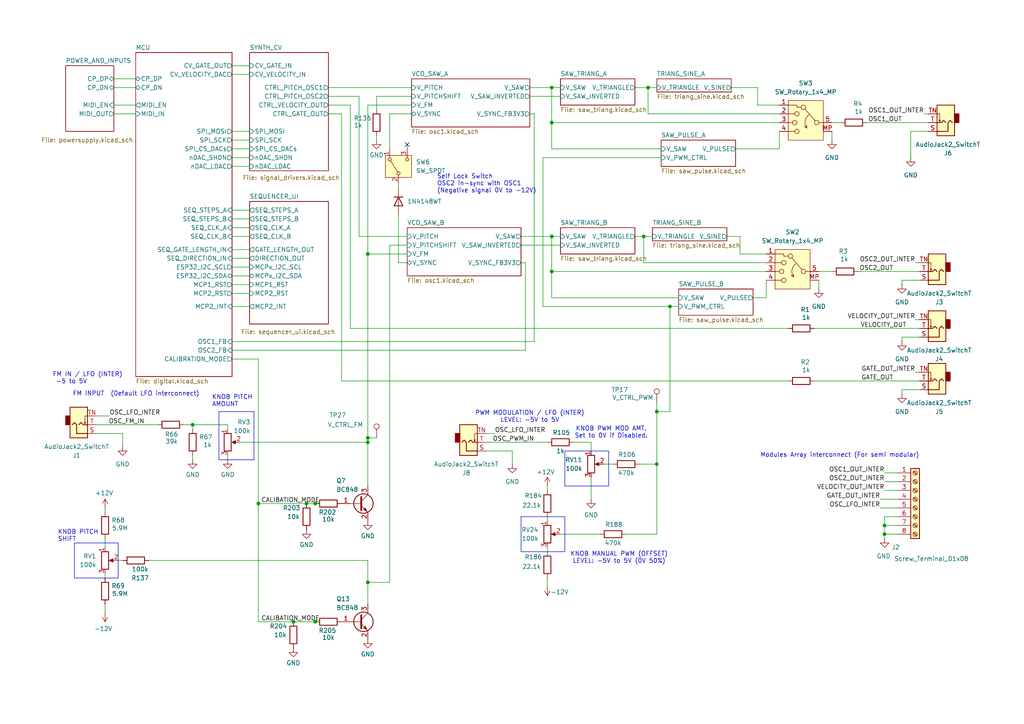
<source format=kicad_sch>
(kicad_sch (version 20250114) (generator "eeschema") (generator_version "9.0")
  (paper "A4")
  (lib_symbols
    (symbol "Connector:Screw_Terminal_01x08" (pin_names (offset 1.016) (hide yes))
      (property "Reference" "J" (at 0 10.16 0))
      (property "Value" "Screw_Terminal_01x08" (at 0 -12.7 0))
      (symbol "Screw_Terminal_01x08_1_1"
        (rectangle (start -1.27 8.89) (end 1.27 -11.43) (stroke (width 0.254)) (fill (type background)))
        (polyline (pts (xy -0.5334 7.9502) (xy 0.3302 7.112)) (stroke (width 0.1524)))
        (polyline (pts (xy -0.5334 5.4102) (xy 0.3302 4.572)) (stroke (width 0.1524)))
        (polyline (pts (xy -0.5334 2.8702) (xy 0.3302 2.032)) (stroke (width 0.1524)))
        (polyline (pts (xy -0.5334 0.3302) (xy 0.3302 -0.508)) (stroke (width 0.1524)))
        (polyline (pts (xy -0.5334 -2.2098) (xy 0.3302 -3.048)) (stroke (width 0.1524)))
        (polyline (pts (xy -0.5334 -4.7498) (xy 0.3302 -5.588)) (stroke (width 0.1524)))
        (polyline (pts (xy -0.5334 -7.2898) (xy 0.3302 -8.128)) (stroke (width 0.1524)))
        (polyline (pts (xy -0.5334 -9.8298) (xy 0.3302 -10.668)) (stroke (width 0.1524)))
        (polyline (pts (xy -0.3556 8.128) (xy 0.508 7.2898)) (stroke (width 0.1524)))
        (polyline (pts (xy -0.3556 5.588) (xy 0.508 4.7498)) (stroke (width 0.1524)))
        (polyline (pts (xy -0.3556 3.048) (xy 0.508 2.2098)) (stroke (width 0.1524)))
        (polyline (pts (xy -0.3556 0.508) (xy 0.508 -0.3302)) (stroke (width 0.1524)))
        (polyline (pts (xy -0.3556 -2.032) (xy 0.508 -2.8702)) (stroke (width 0.1524)))
        (polyline (pts (xy -0.3556 -4.572) (xy 0.508 -5.4102)) (stroke (width 0.1524)))
        (polyline (pts (xy -0.3556 -7.112) (xy 0.508 -7.9502)) (stroke (width 0.1524)))
        (polyline (pts (xy -0.3556 -9.652) (xy 0.508 -10.4902)) (stroke (width 0.1524)))
        (circle (center 0 7.62) (radius 0.635) (stroke (width 0.1524)))
        (circle (center 0 5.08) (radius 0.635) (stroke (width 0.1524)))
        (circle (center 0 2.54) (radius 0.635) (stroke (width 0.1524)))
        (circle (center 0 0) (radius 0.635) (stroke (width 0.1524)))
        (circle (center 0 -2.54) (radius 0.635) (stroke (width 0.1524)))
        (circle (center 0 -5.08) (radius 0.635) (stroke (width 0.1524)))
        (circle (center 0 -7.62) (radius 0.635) (stroke (width 0.1524)))
        (circle (center 0 -10.16) (radius 0.635) (stroke (width 0.1524)))
        (pin passive line (at -5.08 7.62 0) (length 3.81) (name "Pin_1") (number "1"))
        (pin passive line (at -5.08 5.08 0) (length 3.81) (name "Pin_2") (number "2"))
        (pin passive line (at -5.08 2.54 0) (length 3.81) (name "Pin_3") (number "3"))
        (pin passive line (at -5.08 0 0) (length 3.81) (name "Pin_4") (number "4"))
        (pin passive line (at -5.08 -2.54 0) (length 3.81) (name "Pin_5") (number "5"))
        (pin passive line (at -5.08 -5.08 0) (length 3.81) (name "Pin_6") (number "6"))
        (pin passive line (at -5.08 -7.62 0) (length 3.81) (name "Pin_7") (number "7"))
        (pin passive line (at -5.08 -10.16 0) (length 3.81) (name "Pin_8") (number "8"))
      )
    )
    (symbol "Connector:TestPoint" (pin_numbers (hide yes)) (pin_names (offset 0.762) (hide yes))
      (property "Reference" "TP" (at 0 6.858 0))
      (property "Value" "TestPoint" (at 0 5.08 0))
      (symbol "TestPoint_0_1"
        (circle (center 0 3.302) (radius 0.762))
      )
      (symbol "TestPoint_1_1"
        (pin passive line (at 0 0 90) (length 2.54) (name "1") (number "1"))
      )
    )
    (symbol "Connector_Audio:AudioJack2_SwitchT"
      (property "Reference" "J" (at 0 8.89 0))
      (property "Value" "AudioJack2_SwitchT" (at 0 6.35 0))
      (symbol "AudioJack2_SwitchT_0_1"
        (rectangle (start -2.54 0) (end -3.81 -2.54) (stroke (width 0.254)) (fill (type outline)))
        (polyline (pts (xy 0 0) (xy 0.635 -0.635) (xy 1.27 0) (xy 2.54 0)) (stroke (width 0.254)))
        (polyline (pts (xy 1.778 -0.254) (xy 2.032 -0.762)))
        (rectangle (start 2.54 3.81) (end -2.54 -5.08) (stroke (width 0.254)) (fill (type background)))
        (polyline (pts (xy 2.54 2.54) (xy -0.635 2.54) (xy -0.635 0) (xy -1.27 -0.635) (xy -1.905 0)) (stroke (width 0.254)))
        (polyline (pts (xy 2.54 -2.54) (xy 1.778 -2.54) (xy 1.778 -0.254) (xy 1.524 -0.762)))
      )
      (symbol "AudioJack2_SwitchT_1_1"
        (pin passive line (at 5.08 2.54 180) (length 2.54) (name "~") (number "S"))
        (pin passive line (at 5.08 0 180) (length 2.54) (name "~") (number "T"))
        (pin passive line (at 5.08 -2.54 180) (length 2.54) (name "~") (number "TN"))
      )
    )
    (symbol "Device:R" (pin_numbers (hide yes)) (pin_names (offset 0))
      (property "Reference" "R" (at 2.032 0 90))
      (property "Value" "R" (at 0 0 90))
      (symbol "R_0_1"
        (rectangle (start -1.016 -2.54) (end 1.016 2.54) (stroke (width 0.254)))
      )
      (symbol "R_1_1"
        (pin passive line (at 0 3.81 270) (length 1.27) (name "~") (number "1"))
        (pin passive line (at 0 -3.81 90) (length 1.27) (name "~") (number "2"))
      )
    )
    (symbol "Device:R_Potentiometer" (pin_names (offset 1.016) (hide yes))
      (property "Reference" "RV" (at -4.445 0 90))
      (property "Value" "R_Potentiometer" (at -2.54 0 90))
      (symbol "R_Potentiometer_0_1"
        (rectangle (start 1.016 2.54) (end -1.016 -2.54) (stroke (width 0.254)))
        (polyline (pts (xy 1.143 0) (xy 2.286 0.508) (xy 2.286 -0.508) (xy 1.143 0)) (fill (type outline)))
        (polyline (pts (xy 2.54 0) (xy 1.524 0)))
      )
      (symbol "R_Potentiometer_1_1"
        (pin passive line (at 0 3.81 270) (length 1.27) (name "1") (number "1"))
        (pin passive line (at 0 -3.81 90) (length 1.27) (name "3") (number "3"))
        (pin passive line (at 3.81 0 180) (length 1.27) (name "2") (number "2"))
      )
    )
    (symbol "Diode:1N914WT" (pin_numbers (hide yes)) (pin_names (hide yes))
      (property "Reference" "D" (at 0 2.54 0))
      (property "Value" "1N914WT" (at 0 -2.54 0))
      (symbol "1N914WT_0_1"
        (polyline (pts (xy -1.27 1.27) (xy -1.27 -1.27)) (stroke (width 0.254)))
        (polyline (pts (xy 1.27 1.27) (xy 1.27 -1.27) (xy -1.27 0) (xy 1.27 1.27)) (stroke (width 0.254)))
        (polyline (pts (xy 1.27 0) (xy -1.27 0)))
      )
      (symbol "1N914WT_1_1"
        (pin passive line (at -3.81 0 0) (length 2.54) (name "K") (number "1"))
        (pin passive line (at 3.81 0 180) (length 2.54) (name "A") (number "2"))
      )
    )
    (symbol "Switch:SW_Rotary_1x4_MP" (pin_names (hide yes))
      (property "Reference" "SW" (at 0 7.62 0))
      (property "Value" "SW_Rotary_1x4_MP" (at 8.89 -6.35 0))
      (symbol "SW_Rotary_1x4_MP_0_1"
        (polyline (pts (xy -5.08 0) (xy -3.81 0)))
        (circle (center -3.175 0) (radius 0.635))
        (polyline (pts (xy -2.7432 0.508) (xy 0.2032 3.9624)))
        (arc (start -0.9526 2.2225) (mid 0.154 0.449) (end -0.3176 -1.5875))
        (polyline (pts (xy -0.3176 -1.5875) (xy -0.3176 -0.6985)))
        (polyline (pts (xy -0.3176 -1.5875) (xy -0.3176 -1.5875)))
        (polyline (pts (xy -0.3176 -1.5875) (xy 0.4444 -1.0795)))
        (polyline (pts (xy 0.3174 -1.5875) (xy 0.3174 -1.5875)))
        (circle (center 0.635 4.445) (radius 0.635))
        (circle (center 2.54 2.54) (radius 0.635))
        (circle (center 2.54 -2.54) (radius 0.635))
        (circle (center 3.175 0) (radius 0.635))
        (polyline (pts (xy 5.08 5.08) (xy 2.54 5.08) (xy 2.54 4.445) (xy 1.27 4.445)))
        (polyline (pts (xy 5.08 2.54) (xy 3.175 2.54)))
        (polyline (pts (xy 5.08 0) (xy 3.81 0)))
        (polyline (pts (xy 5.08 -2.54) (xy 3.175 -2.54)))
      )
      (symbol "SW_Rotary_1x4_MP_1_1"
        (polyline (pts (xy -5.08 6.35) (xy 5.08 6.35) (xy 5.08 -5.08) (xy -5.08 -5.08) (xy -5.08 6.35) (xy -5.08 6.35)) (fill (type background)))
        (pin passive line (at -7.62 0 0) (length 2.54) (name "") (number "5"))
        (pin passive line (at -7.62 -2.54 0) (length 2.54) (name "") (number "MP"))
        (pin passive line (at 7.62 5.08 180) (length 2.54) (name "") (number "1"))
        (pin passive line (at 7.62 2.54 180) (length 2.54) (name "") (number "2"))
        (pin passive line (at 7.62 0 180) (length 2.54) (name "") (number "3"))
        (pin passive line (at 7.62 -2.54 180) (length 2.54) (name "") (number "4"))
      )
    )
    (symbol "Switch:SW_SPDT" (pin_names (offset 0) (hide yes))
      (property "Reference" "SW" (at 0 5.08 0))
      (property "Value" "SW_SPDT" (at 0 -5.08 0))
      (symbol "SW_SPDT_0_1"
        (circle (center -2.032 0) (radius 0.4572))
        (polyline (pts (xy -1.651 0.254) (xy 1.651 2.286)))
        (circle (center 2.032 2.54) (radius 0.4572))
        (circle (center 2.032 -2.54) (radius 0.4572))
      )
      (symbol "SW_SPDT_1_1"
        (rectangle (start -3.175 3.81) (end 3.175 -3.81) (fill (type background)))
        (pin passive line (at -5.08 0 0) (length 2.54) (name "B") (number "2"))
        (pin passive line (at 5.08 2.54 180) (length 2.54) (name "A") (number "1"))
        (pin passive line (at 5.08 -2.54 180) (length 2.54) (name "C") (number "3"))
      )
    )
    (symbol "Transistor_BJT:BC848" (pin_names (offset 0) (hide yes))
      (property "Reference" "Q" (at 5.08 1.905 0))
      (property "Value" "BC848" (at 5.08 0 0))
      (symbol "BC848_0_1"
        (polyline (pts (xy -2.54 0) (xy 0.635 0)))
        (polyline (pts (xy 0.635 1.905) (xy 0.635 -1.905)) (stroke (width 0.508)))
        (circle (center 1.27 0) (radius 2.8194) (stroke (width 0.254)))
      )
      (symbol "BC848_1_1"
        (polyline (pts (xy 0.635 0.635) (xy 2.54 2.54)))
        (polyline (pts (xy 0.635 -0.635) (xy 2.54 -2.54)))
        (polyline (pts (xy 1.27 -1.778) (xy 1.778 -1.27) (xy 2.286 -2.286) (xy 1.27 -1.778)) (fill (type outline)))
        (pin input line (at -5.08 0 0) (length 2.54) (name "B") (number "1"))
        (pin passive line (at 2.54 5.08 270) (length 2.54) (name "C") (number "3"))
        (pin passive line (at 2.54 -5.08 90) (length 2.54) (name "E") (number "2"))
      )
    )
    (symbol "power:+15V" (power) (pin_numbers (hide yes)) (pin_names (offset 0) (hide yes))
      (property "Value" "+15V" (at 0 3.556 0))
      (symbol "+15V_0_1"
        (polyline (pts (xy -0.762 1.27) (xy 0 2.54)))
        (polyline (pts (xy 0 2.54) (xy 0.762 1.27)))
        (polyline (pts (xy 0 0) (xy 0 2.54)))
      )
      (symbol "+15V_1_1"
        (pin power_in line (at 0 0 90) (length 0) (name "~") (number "1"))
      )
    )
    (symbol "power:GND" (power) (pin_numbers (hide yes)) (pin_names (offset 0) (hide yes))
      (property "Value" "GND" (at 0 -3.81 0))
      (symbol "GND_0_1"
        (polyline (pts (xy 0 0) (xy 0 -1.27) (xy 1.27 -1.27) (xy 0 -2.54) (xy -1.27 -1.27) (xy 0 -1.27)))
      )
      (symbol "GND_1_1"
        (pin power_in line (at 0 0 270) (length 0) (name "~") (number "1"))
      )
    )
  )
  (rectangle (start 163.83 130.81) (end 176.53 140.97))
  (rectangle (start 21.59 157.48) (end 34.29 167.64))
  (rectangle (start 151.13 149.86) (end 163.83 160.02))
  (rectangle (start 63.5 119.38) (end 73.66 133.35))
  (text "KNOB PITCH\nSHIFT " (at 16.764 155.448 0) (effects (font (size 1.27 1.27)) (justify left)))
  (text "KNOB PWM MOD AMT.\nSet to 0V if Disabled." (at 177.292 125.476 0) (effects (font (size 1.27 1.27))))
  (text "Self Lock Switch\nOSC2 in-sync with OSC1 \n(Negative signal 0V to -12V)" (at 126.746 53.34 0) (effects (font (size 1.27 1.27)) (justify left)))
  (text "\nPWM MODULATION / LFO (INTER)\nLEVEL: -5V to 5V" (at 153.67 119.888 0) (effects (font (size 1.27 1.27))))
  (text "FM INPUT  (Default LFO interconnect)" (at 21.082 114.3 0) (effects (font (size 1.27 1.27)) (justify left)))
  (text "\nKNOB MANUAL PWM (OFFSET)\nLEVEL: -5V to 5V (0V 50%)" (at 179.578 160.782 0) (effects (font (size 1.27 1.27))))
  (text "KNOB PITCH\nAMOUNT" (at 61.468 116.332 0) (effects (font (size 1.27 1.27)) (justify left)))
  (text "FM IN / LFO (INTER)\n -5 to 5V" (at 15.24 109.728 0) (effects (font (size 1.27 1.27)) (justify left)))
  (text "Modules Array interconnect (For semi modular)" (at 220.472 132.08 0) (effects (font (size 1.27 1.27)) (justify left)))
  (junction (at 106.68 127))
  (junction (at 194.31 88.9))
  (junction (at 106.68 73.66))
  (junction (at 85.09 180.34))
  (junction (at 106.68 128.27))
  (junction (at 190.5 134.62))
  (junction (at 256.54 152.4))
  (junction (at 106.68 168.91))
  (junction (at 256.54 154.94))
  (junction (at 91.44 146.05))
  (junction (at 160.02 78.74))
  (junction (at 74.93 146.05))
  (junction (at 187.96 25.4))
  (junction (at 160.02 35.56))
  (junction (at 160.02 25.4))
  (junction (at 190.5 119.38))
  (junction (at 88.9 146.05))
  (junction (at 91.44 180.34))
  (junction (at 186.69 68.58))
  (junction (at 160.02 68.58))
  (junction (at 55.88 123.19))
  (no_connect (at 118.11 41.91))
  (wire (pts (xy 67.31 72.39) (xy 72.39 72.39)))
  (wire (pts (xy 67.31 104.14) (xy 74.93 104.14)))
  (wire (pts (xy 67.31 85.09) (xy 72.39 85.09)))
  (wire (pts (xy 140.97 128.27) (xy 158.75 128.27)))
  (wire (pts (xy 66.04 123.19) (xy 66.04 124.46)))
  (wire (pts (xy 106.68 162.56) (xy 106.68 168.91)))
  (wire (pts (xy 85.09 180.34) (xy 91.44 180.34)))
  (wire (pts (xy 67.31 40.64) (xy 72.39 40.64)))
  (wire (pts (xy 256.54 152.4) (xy 256.54 149.86)))
  (wire (pts (xy 184.15 25.4) (xy 187.96 25.4)))
  (wire (pts (xy 27.94 125.73) (xy 35.56 125.73)))
  (wire (pts (xy 88.9 146.05) (xy 91.44 146.05)))
  (wire (pts (xy 158.75 158.75) (xy 158.75 160.02)))
  (wire (pts (xy 53.34 123.19) (xy 55.88 123.19)))
  (wire (pts (xy 160.02 78.74) (xy 160.02 86.36)))
  (wire (pts (xy 256.54 137.16) (xy 260.35 137.16)))
  (wire (pts (xy 74.93 104.14) (xy 74.93 146.05)))
  (wire (pts (xy 101.6 30.48) (xy 101.6 95.25)))
  (wire (pts (xy 104.14 27.94) (xy 104.14 68.58)))
  (wire (pts (xy 106.68 168.91) (xy 113.03 168.91)))
  (wire (pts (xy 106.68 128.27) (xy 106.68 127)))
  (wire (pts (xy 266.7 97.79) (xy 261.62 97.79)))
  (wire (pts (xy 213.36 43.18) (xy 226.06 43.18)))
  (wire (pts (xy 158.75 167.64) (xy 158.75 170.18)))
  (wire (pts (xy 175.26 134.62) (xy 177.8 134.62)))
  (wire (pts (xy 255.27 144.78) (xy 260.35 144.78)))
  (wire (pts (xy 67.31 38.1) (xy 72.39 38.1)))
  (wire (pts (xy 67.31 101.6) (xy 152.4 101.6)))
  (wire (pts (xy 30.48 167.64) (xy 30.48 166.37)))
  (wire (pts (xy 248.92 78.74) (xy 266.7 78.74)))
  (wire (pts (xy 210.82 68.58) (xy 214.63 68.58)))
  (wire (pts (xy 255.27 147.32) (xy 260.35 147.32)))
  (wire (pts (xy 106.68 168.91) (xy 106.68 175.26)))
  (wire (pts (xy 27.94 123.19) (xy 45.72 123.19)))
  (wire (pts (xy 256.54 142.24) (xy 260.35 142.24)))
  (wire (pts (xy 194.31 88.9) (xy 196.85 88.9)))
  (wire (pts (xy 95.25 25.4) (xy 119.38 25.4)))
  (wire (pts (xy 186.69 76.2) (xy 186.69 68.58)))
  (wire (pts (xy 67.31 82.55) (xy 72.39 82.55)))
  (wire (pts (xy 30.48 156.21) (xy 30.48 158.75)))
  (wire (pts (xy 153.67 25.4) (xy 160.02 25.4)))
  (wire (pts (xy 34.29 162.56) (xy 35.56 162.56)))
  (wire (pts (xy 113.03 71.12) (xy 118.11 71.12)))
  (wire (pts (xy 160.02 78.74) (xy 222.25 78.74)))
  (wire (pts (xy 226.06 33.02) (xy 187.96 33.02)))
  (wire (pts (xy 162.56 25.4) (xy 160.02 25.4)))
  (wire (pts (xy 214.63 68.58) (xy 214.63 73.66)))
  (wire (pts (xy 266.7 76.2) (xy 265.43 76.2)))
  (wire (pts (xy 109.22 27.94) (xy 109.22 31.75)))
  (wire (pts (xy 181.61 154.94) (xy 190.5 154.94)))
  (wire (pts (xy 151.13 68.58) (xy 160.02 68.58)))
  (wire (pts (xy 101.6 95.25) (xy 228.6 95.25)))
  (wire (pts (xy 222.25 86.36) (xy 222.25 81.28)))
  (wire (pts (xy 67.31 74.93) (xy 72.39 74.93)))
  (wire (pts (xy 92.71 180.34) (xy 91.44 180.34)))
  (wire (pts (xy 226.06 43.18) (xy 226.06 38.1)))
  (wire (pts (xy 148.59 134.62) (xy 148.59 130.81)))
  (wire (pts (xy 119.38 30.48) (xy 106.68 30.48)))
  (wire (pts (xy 241.3 40.64) (xy 241.3 38.1)))
  (wire (pts (xy 190.5 154.94) (xy 190.5 134.62)))
  (wire (pts (xy 140.97 130.81) (xy 148.59 130.81)))
  (wire (pts (xy 154.94 99.06) (xy 67.31 99.06)))
  (wire (pts (xy 67.31 63.5) (xy 72.39 63.5)))
  (wire (pts (xy 157.48 88.9) (xy 194.31 88.9)))
  (wire (pts (xy 261.62 82.55) (xy 261.62 81.28)))
  (wire (pts (xy 266.7 92.71) (xy 265.43 92.71)))
  (wire (pts (xy 67.31 80.01) (xy 72.39 80.01)))
  (wire (pts (xy 261.62 99.06) (xy 261.62 97.79)))
  (wire (pts (xy 67.31 21.59) (xy 72.39 21.59)))
  (wire (pts (xy 256.54 152.4) (xy 260.35 152.4)))
  (wire (pts (xy 143.51 125.73) (xy 140.97 125.73)))
  (wire (pts (xy 158.75 149.86) (xy 158.75 151.13)))
  (wire (pts (xy 31.75 120.65) (xy 27.94 120.65)))
  (wire (pts (xy 67.31 68.58) (xy 72.39 68.58)))
  (wire (pts (xy 214.63 73.66) (xy 222.25 73.66)))
  (wire (pts (xy 113.03 33.02) (xy 113.03 43.18)))
  (wire (pts (xy 194.31 88.9) (xy 194.31 119.38)))
  (wire (pts (xy 67.31 48.26) (xy 72.39 48.26)))
  (wire (pts (xy 171.45 128.27) (xy 171.45 130.81)))
  (wire (pts (xy 194.31 119.38) (xy 190.5 119.38)))
  (wire (pts (xy 190.5 119.38) (xy 190.5 116.84)))
  (wire (pts (xy 67.31 77.47) (xy 72.39 77.47)))
  (wire (pts (xy 157.48 45.72) (xy 157.48 88.9)))
  (wire (pts (xy 33.02 22.86) (xy 39.37 22.86)))
  (wire (pts (xy 236.22 95.25) (xy 266.7 95.25)))
  (wire (pts (xy 162.56 154.94) (xy 173.99 154.94)))
  (wire (pts (xy 106.68 73.66) (xy 106.68 127)))
  (wire (pts (xy 269.24 38.1) (xy 264.16 38.1)))
  (wire (pts (xy 218.44 86.36) (xy 222.25 86.36)))
  (wire (pts (xy 266.7 113.03) (xy 261.62 113.03)))
  (wire (pts (xy 269.24 33.02) (xy 267.97 33.02)))
  (wire (pts (xy 67.31 88.9) (xy 72.39 88.9)))
  (wire (pts (xy 33.02 33.02) (xy 39.37 33.02)))
  (wire (pts (xy 67.31 60.96) (xy 72.39 60.96)))
  (wire (pts (xy 162.56 68.58) (xy 160.02 68.58)))
  (wire (pts (xy 251.46 35.56) (xy 269.24 35.56)))
  (wire (pts (xy 219.71 25.4) (xy 219.71 30.48)))
  (wire (pts (xy 160.02 25.4) (xy 160.02 35.56)))
  (wire (pts (xy 266.7 81.28) (xy 261.62 81.28)))
  (wire (pts (xy 212.09 25.4) (xy 219.71 25.4)))
  (wire (pts (xy 152.4 76.2) (xy 151.13 76.2)))
  (wire (pts (xy 113.03 168.91) (xy 113.03 71.12)))
  (wire (pts (xy 160.02 35.56) (xy 160.02 43.18)))
  (wire (pts (xy 106.68 128.27) (xy 106.68 140.97)))
  (wire (pts (xy 99.06 110.49) (xy 228.6 110.49)))
  (wire (pts (xy 184.15 68.58) (xy 186.69 68.58)))
  (wire (pts (xy 158.75 142.24) (xy 158.75 140.97)))
  (wire (pts (xy 166.37 128.27) (xy 171.45 128.27)))
  (wire (pts (xy 190.5 119.38) (xy 190.5 134.62)))
  (wire (pts (xy 160.02 43.18) (xy 191.77 43.18)))
  (wire (pts (xy 264.16 45.72) (xy 264.16 38.1)))
  (wire (pts (xy 95.25 30.48) (xy 101.6 30.48)))
  (wire (pts (xy 256.54 154.94) (xy 256.54 152.4)))
  (wire (pts (xy 222.25 76.2) (xy 186.69 76.2)))
  (wire (pts (xy 115.57 76.2) (xy 115.57 62.23)))
  (wire (pts (xy 185.42 134.62) (xy 190.5 134.62)))
  (wire (pts (xy 33.02 25.4) (xy 39.37 25.4)))
  (wire (pts (xy 92.71 146.05) (xy 91.44 146.05)))
  (wire (pts (xy 118.11 76.2) (xy 115.57 76.2)))
  (wire (pts (xy 33.02 30.48) (xy 39.37 30.48)))
  (wire (pts (xy 236.22 110.49) (xy 266.7 110.49)))
  (wire (pts (xy 187.96 25.4) (xy 190.5 25.4)))
  (wire (pts (xy 266.7 107.95) (xy 265.43 107.95)))
  (wire (pts (xy 160.02 35.56) (xy 226.06 35.56)))
  (wire (pts (xy 99.06 33.02) (xy 99.06 110.49)))
  (wire (pts (xy 153.67 33.02) (xy 154.94 33.02)))
  (wire (pts (xy 160.02 68.58) (xy 160.02 78.74)))
  (wire (pts (xy 160.02 86.36) (xy 196.85 86.36)))
  (wire (pts (xy 99.06 33.02) (xy 95.25 33.02)))
  (wire (pts (xy 104.14 68.58) (xy 118.11 68.58)))
  (wire (pts (xy 119.38 27.94) (xy 109.22 27.94)))
  (wire (pts (xy 43.18 162.56) (xy 106.68 162.56)))
  (wire (pts (xy 241.3 35.56) (xy 243.84 35.56)))
  (wire (pts (xy 106.68 30.48) (xy 106.68 73.66)))
  (wire (pts (xy 55.88 133.35) (xy 55.88 132.08)))
  (wire (pts (xy 256.54 156.21) (xy 256.54 154.94)))
  (wire (pts (xy 171.45 144.78) (xy 171.45 138.43)))
  (wire (pts (xy 30.48 148.59) (xy 30.48 147.32)))
  (wire (pts (xy 35.56 129.54) (xy 35.56 125.73)))
  (wire (pts (xy 118.11 41.91) (xy 118.11 43.18)))
  (wire (pts (xy 74.93 146.05) (xy 88.9 146.05)))
  (wire (pts (xy 154.94 33.02) (xy 154.94 99.06)))
  (wire (pts (xy 152.4 101.6) (xy 152.4 76.2)))
  (wire (pts (xy 69.85 128.27) (xy 106.68 128.27)))
  (wire (pts (xy 67.31 66.04) (xy 72.39 66.04)))
  (wire (pts (xy 151.13 71.12) (xy 162.56 71.12)))
  (wire (pts (xy 30.48 175.26) (xy 30.48 177.8)))
  (wire (pts (xy 95.25 27.94) (xy 104.14 27.94)))
  (wire (pts (xy 115.57 53.34) (xy 115.57 54.61)))
  (wire (pts (xy 66.04 132.08) (xy 66.04 133.35)))
  (wire (pts (xy 191.77 45.72) (xy 157.48 45.72)))
  (wire (pts (xy 219.71 30.48) (xy 226.06 30.48)))
  (wire (pts (xy 109.22 39.37) (xy 109.22 40.64)))
  (wire (pts (xy 256.54 139.7) (xy 260.35 139.7)))
  (wire (pts (xy 237.49 83.82) (xy 237.49 81.28)))
  (wire (pts (xy 186.69 68.58) (xy 189.23 68.58)))
  (wire (pts (xy 113.03 33.02) (xy 119.38 33.02)))
  (wire (pts (xy 106.68 73.66) (xy 118.11 73.66)))
  (wire (pts (xy 74.93 180.34) (xy 85.09 180.34)))
  (wire (pts (xy 109.22 127) (xy 106.68 127)))
  (wire (pts (xy 261.62 114.3) (xy 261.62 113.03)))
  (wire (pts (xy 153.67 27.94) (xy 162.56 27.94)))
  (wire (pts (xy 187.96 33.02) (xy 187.96 25.4)))
  (wire (pts (xy 67.31 43.18) (xy 72.39 43.18)))
  (wire (pts (xy 74.93 146.05) (xy 74.93 180.34)))
  (wire (pts (xy 67.31 45.72) (xy 72.39 45.72)))
  (wire (pts (xy 55.88 123.19) (xy 66.04 123.19)))
  (wire (pts (xy 260.35 154.94) (xy 256.54 154.94)))
  (wire (pts (xy 237.49 78.74) (xy 241.3 78.74)))
  (wire (pts (xy 55.88 124.46) (xy 55.88 123.19)))
  (wire (pts (xy 256.54 149.86) (xy 260.35 149.86)))
  (wire (pts (xy 67.31 19.05) (xy 72.39 19.05)))
  (label "OSC2_OUT_INTER" (at 256.54 139.7 180))
  (label "CALIBATION_MODE" (at 92.71 180.34 180))
  (label "OSC_LFO_INTER" (at 31.75 120.65 0))
  (label "GATE_OUT_INTER" (at 265.43 107.95 180))
  (label "VELOCITY_OUT_INTER" (at 265.43 92.71 180))
  (label "OSC_FM_IN" (at 41.91 123.19 180))
  (label "OSC2_OUT" (at 259.08 78.74 180))
  (label "OSC_PWM_IN" (at 154.94 128.27 180))
  (label "OSC1_OUT_INTER" (at 256.54 137.16 180))
  (label "CALIBATION_MODE" (at 92.71 146.05 180))
  (label "OSC_LFO_INTER" (at 255.27 147.32 180))
  (label "OSC2_OUT_INTER" (at 265.43 76.2 180))
  (label "VELOCITY_OUT_INTER" (at 256.54 142.24 180))
  (label "VELOCITY_OUT" (at 262.89 95.25 180))
  (label "OSC_LFO_INTER" (at 143.51 125.73 0))
  (label "OSC1_OUT" (at 261.62 35.56 180))
  (label "GATE_OUT" (at 259.08 110.49 180))
  (label "OSC1_OUT_INTER" (at 267.97 33.02 180))
  (label "GATE_OUT_INTER" (at 255.27 144.78 180))
  (symbol (lib_id "Device:R") (at 158.75 163.83 180) (unit 1)
    (property "Reference" "R186" (at 154.686 161.544 0))
    (property "Value" "22.1k" (at 154.178 164.338 0))
    (property "Footprint" "Resistor_SMD:R_0402_1005Metric" (effects (hide yes)))
    (property "Description" "Resistor" (effects (hide yes)))
    (property "Manufacturer PartNumer" "RT0402FRE0721KL" (effects (hide yes)))
    (property "Manufacturer" "YAGEO" (effects (hide yes)))
  )
  (symbol (lib_id "power:GND") (at 109.22 40.64 0) (unit 1)
    (property "Reference" "#PWR029" (effects (hide yes)))
    (property "Value" "GND" (at 109.22 44.958 0))
    (property "Description" "Power symbol creates a global label with name \"GND\" , ground" (effects (hide yes)))
  )
  (symbol (lib_id "Connector_Audio:AudioJack2_SwitchT") (at 271.78 95.25 180) (unit 1)
    (property "Reference" "J4" (at 272.415 104.14 0))
    (property "Value" "AudioJack2_SwitchT" (at 272.415 101.6 0))
    (property "Footprint" "mylib:Jack_3.5mm_QingPu_WQP-PJ398SM_Vertical_CircularHoles" (effects (hide yes)))
    (property "Description" "Audio Jack, 2 Poles (Mono / TS), Switched T Pole (Normalling)" (effects (hide yes)))
    (property "Manufacturer" "Thonkiconn" (effects (hide yes)))
    (property "Manufacturer PartNumer" "WQP-PJ398SM" (effects (hide yes)))
  )
  (symbol (lib_id "Device:R_Potentiometer") (at 171.45 134.62 0) (unit 1)
    (property "Reference" "RV11" (at 168.91 133.3499 0) (effects (justify right)))
    (property "Value" "100k" (at 168.91 135.8899 0) (effects (justify right)))
    (property "Footprint" "Potentiometer_THT:Potentiometer_Bourns_3296W_Vertical" (effects (hide yes)))
    (property "Description" "Potentiometer" (effects (hide yes)))
    (property "Manufacturer PartNumer" "3296W-104-LF" (effects (hide yes)))
    (property "Manufacturer" "KESHY" (effects (hide yes)))
  )
  (symbol (lib_id "Device:R") (at 247.65 35.56 90) (unit 1)
    (property "Reference" "R4" (at 248.793 30.099 90))
    (property "Value" "1k" (at 249.047 32.385 90))
    (property "Footprint" "Resistor_SMD:R_0402_1005Metric" (effects (hide yes)))
    (property "Description" "Resistor" (effects (hide yes)))
    (property "Manufacturer" "YAGEO" (effects (hide yes)))
    (property "Manufacturer PartNumer" "RT0402FRE071KL" (effects (hide yes)))
  )
  (symbol (lib_id "Connector_Audio:AudioJack2_SwitchT") (at 271.78 110.49 180) (unit 1)
    (property "Reference" "J5" (at 272.415 119.38 0))
    (property "Value" "AudioJack2_SwitchT" (at 272.415 116.84 0))
    (property "Footprint" "mylib:Jack_3.5mm_QingPu_WQP-PJ398SM_Vertical_CircularHoles" (effects (hide yes)))
    (property "Description" "Audio Jack, 2 Poles (Mono / TS), Switched T Pole (Normalling)" (effects (hide yes)))
    (property "Manufacturer" "Thonkiconn" (effects (hide yes)))
    (property "Manufacturer PartNumer" "WQP-PJ398SM" (effects (hide yes)))
  )
  (symbol (lib_id "Device:R") (at 49.53 123.19 270) (unit 1)
    (property "Reference" "R66" (at 49.784 125.984 90))
    (property "Value" "39k" (at 49.784 128.016 90))
    (property "Footprint" "Resistor_SMD:R_0402_1005Metric" (effects (hide yes)))
    (property "Description" "Resistor" (effects (hide yes)))
    (property "Manufacturer PartNumer" "RT0402FRE0739KL" (effects (hide yes)))
    (property "Manufacturer" "YAGEO" (effects (hide yes)))
  )
  (symbol (lib_id "Device:R") (at 109.22 35.56 180) (unit 1)
    (property "Reference" "R136" (at 105.156 34.29 0))
    (property "Value" "1k" (at 103.886 36.322 0))
    (property "Footprint" "Resistor_SMD:R_0402_1005Metric" (effects (hide yes)))
    (property "Description" "Resistor" (effects (hide yes)))
    (property "Manufacturer PartNumer" "RT0402FRE071KL" (effects (hide yes)))
    (property "Manufacturer" "YAGEO" (effects (hide yes)))
  )
  (symbol (lib_id "power:+15V") (at 158.75 140.97 0) (unit 1)
    (property "Reference" "#PWR017" (effects (hide yes)))
    (property "Value" "+12V" (at 158.242 136.906 0))
    (property "Description" "Power symbol creates a global label with name \"+15V\"" (effects (hide yes)))
  )
  (symbol (lib_id "power:GND") (at 55.88 133.35 0) (unit 1)
    (property "Reference" "#PWR0208" (effects (hide yes)))
    (property "Value" "GND" (at 55.88 137.668 0))
    (property "Description" "Power symbol creates a global label with name \"GND\" , ground" (effects (hide yes)))
  )
  (symbol (lib_id "Device:R") (at 158.75 146.05 180) (unit 1)
    (property "Reference" "R184" (at 154.686 143.764 0))
    (property "Value" "22.1k" (at 154.178 146.558 0))
    (property "Footprint" "Resistor_SMD:R_0402_1005Metric" (effects (hide yes)))
    (property "Description" "Resistor" (effects (hide yes)))
    (property "Manufacturer PartNumer" "RT0402FRE0721KL" (effects (hide yes)))
    (property "Manufacturer" "YAGEO" (effects (hide yes)))
  )
  (symbol (lib_id "power:GND") (at 148.59 134.62 0) (mirror y) (unit 1)
    (property "Reference" "#PWR016" (effects (hide yes)))
    (property "Value" "GND" (at 148.59 139.7 0))
    (property "Description" "Power symbol creates a global label with name \"GND\" , ground" (effects (hide yes)))
  )
  (symbol (lib_id "Device:R") (at 95.25 146.05 270) (mirror x) (unit 1)
    (property "Reference" "R202" (at 94.996 148.59 90))
    (property "Value" "10k" (at 95.25 150.622 90))
    (property "Footprint" "Resistor_SMD:R_0402_1005Metric" (effects (hide yes)))
    (property "Description" "Resistor" (effects (hide yes)))
    (property "Manufacturer" "YAGEO" (effects (hide yes)))
    (property "Manufacturer PartNumer" "RT0402FRE0710KL" (effects (hide yes)))
  )
  (symbol (lib_id "power:GND") (at 106.68 151.13 0) (mirror y) (unit 1)
    (property "Reference" "#PWR051" (effects (hide yes)))
    (property "Value" "GND" (at 106.68 155.448 0))
    (property "Description" "Power symbol creates a global label with name \"GND\" , ground" (effects (hide yes)))
  )
  (symbol (lib_id "Device:R") (at 88.9 149.86 0) (mirror x) (unit 1)
    (property "Reference" "R203" (at 84.582 147.32 0))
    (property "Value" "10k" (at 85.09 149.86 0))
    (property "Footprint" "Resistor_SMD:R_0402_1005Metric" (effects (hide yes)))
    (property "Description" "Resistor" (effects (hide yes)))
    (property "Manufacturer" "YAGEO" (effects (hide yes)))
    (property "Manufacturer PartNumer" "RT0402FRE0710KL" (effects (hide yes)))
  )
  (symbol (lib_id "Device:R") (at 30.48 152.4 0) (unit 1)
    (property "Reference" "R68" (at 34.29 150.876 0))
    (property "Value" "5.9M" (at 34.798 153.162 0))
    (property "Footprint" "Resistor_SMD:R_0402_1005Metric" (effects (hide yes)))
    (property "Description" "Resistor" (effects (hide yes)))
    (property "Manufacturer PartNumer" "RC0402FR-075M9L" (effects (hide yes)))
    (property "Manufacturer" "YAGEO" (effects (hide yes)))
  )
  (symbol (lib_id "Device:R") (at 232.41 95.25 90) (unit 1)
    (property "Reference" "R1" (at 233.553 89.789 90))
    (property "Value" "1k" (at 233.807 92.075 90))
    (property "Footprint" "Resistor_SMD:R_0402_1005Metric" (effects (hide yes)))
    (property "Description" "Resistor" (effects (hide yes)))
    (property "Manufacturer" "YAGEO" (effects (hide yes)))
    (property "Manufacturer PartNumer" "RT0402FRE071KL" (effects (hide yes)))
  )
  (symbol (lib_id "Device:R") (at 30.48 171.45 0) (unit 1)
    (property "Reference" "R69" (at 34.29 169.926 0))
    (property "Value" "5.9M" (at 34.798 172.212 0))
    (property "Footprint" "Resistor_SMD:R_0402_1005Metric" (effects (hide yes)))
    (property "Description" "Resistor" (effects (hide yes)))
    (property "Manufacturer PartNumer" "RC0402FR-075M9L" (effects (hide yes)))
    (property "Manufacturer" "YAGEO" (effects (hide yes)))
  )
  (symbol (lib_id "power:GND") (at 261.62 114.3 0) (unit 1)
    (property "Reference" "#PWR0102" (effects (hide yes)))
    (property "Value" "GND" (at 261.62 119.38 0))
    (property "Description" "Power symbol creates a global label with name \"GND\" , ground" (effects (hide yes)))
  )
  (symbol (lib_id "power:+15V") (at 158.75 170.18 180) (unit 1)
    (property "Reference" "#PWR018" (effects (hide yes)))
    (property "Value" "-12V" (at 162.306 171.704 0))
    (property "Description" "Power symbol creates a global label with name \"+15V\"" (effects (hide yes)))
  )
  (symbol (lib_id "Device:R") (at 245.11 78.74 90) (unit 1)
    (property "Reference" "R3" (at 244.602 72.898 90))
    (property "Value" "1k" (at 244.856 75.184 90))
    (property "Footprint" "Resistor_SMD:R_0402_1005Metric" (effects (hide yes)))
    (property "Description" "Resistor" (effects (hide yes)))
    (property "Manufacturer" "YAGEO" (effects (hide yes)))
    (property "Manufacturer PartNumer" "RT0402FRE071KL" (effects (hide yes)))
  )
  (symbol (lib_id "Device:R_Potentiometer") (at 66.04 128.27 0) (unit 1)
    (property "Reference" "RV3" (at 72.644 122.428 0) (effects (justify right)))
    (property "Value" "100k" (at 72.644 124.968 0) (effects (justify right)))
    (property "Footprint" "Potentiometer_THT:Potentiometer_Bourns_3296W_Vertical" (effects (hide yes)))
    (property "Description" "Potentiometer" (effects (hide yes)))
    (property "Manufacturer PartNumer" "3296W-104-LF" (effects (hide yes)))
    (property "Manufacturer" "KESHY" (effects (hide yes)))
  )
  (symbol (lib_id "Device:R") (at 162.56 128.27 90) (unit 1)
    (property "Reference" "R105" (at 162.814 125.476 90))
    (property "Value" "1k" (at 162.56 130.81 90))
    (property "Footprint" "Resistor_SMD:R_0402_1005Metric" (effects (hide yes)))
    (property "Description" "Resistor" (effects (hide yes)))
    (property "Manufacturer PartNumer" "RT0402FRE071KL" (effects (hide yes)))
    (property "Manufacturer" "YAGEO" (effects (hide yes)))
  )
  (symbol (lib_id "power:GND") (at 35.56 129.54 0) (mirror y) (unit 1)
    (property "Reference" "#PWR0108" (effects (hide yes)))
    (property "Value" "GND" (at 35.56 134.62 0))
    (property "Description" "Power symbol creates a global label with name \"GND\" , ground" (effects (hide yes)))
  )
  (symbol (lib_id "Connector:TestPoint") (at 109.22 127 0) (unit 1) (in_bom no)
    (property "Reference" "TP27" (at 95.504 120.396 0) (effects (justify left)))
    (property "Value" "V_CTRL_FM" (at 94.996 123.19 0) (effects (justify left)))
    (property "Description" "test point" (effects (hide yes)))
  )
  (symbol (lib_id "power:GND") (at 106.68 185.42 0) (mirror y) (unit 1)
    (property "Reference" "#PWR054" (effects (hide yes)))
    (property "Value" "GND" (at 106.68 189.738 0))
    (property "Description" "Power symbol creates a global label with name \"GND\" , ground" (effects (hide yes)))
  )
  (symbol (lib_id "Device:R") (at 232.41 110.49 90) (unit 1)
    (property "Reference" "R2" (at 233.553 105.029 90))
    (property "Value" "1k" (at 233.807 107.315 90))
    (property "Footprint" "Resistor_SMD:R_0402_1005Metric" (effects (hide yes)))
    (property "Description" "Resistor" (effects (hide yes)))
    (property "Manufacturer" "YAGEO" (effects (hide yes)))
    (property "Manufacturer PartNumer" "RT0402FRE071KL" (effects (hide yes)))
  )
  (symbol (lib_id "Transistor_BJT:BC848") (at 104.14 146.05 0) (unit 1)
    (property "Reference" "Q7" (at 97.536 139.446 0) (effects (justify left)))
    (property "Value" "BC848" (at 97.536 141.986 0) (effects (justify left)))
    (property "Footprint" "Package_TO_SOT_SMD:SOT-23" (effects (hide yes)))
    (property "Datasheet" "http://www.infineon.com/dgdl/Infineon-BC847SERIES_BC848SERIES_BC849SERIES_BC850SERIES-DS-v01_01-en.pdf?fileId=db3a304314dca389011541d4630a1657" (effects (hide yes)))
    (property "Description" "0.1A Ic, 30V Vce, NPN Transistor, SOT-23" (effects (hide yes)))
    (property "Manufacturer" "Fairchild Semiconductor" (effects (hide yes)))
    (property "Manufacturer PartNumer" "BC848A" (effects (hide yes)))
  )
  (symbol (lib_id "Connector:TestPoint") (at 190.5 116.84 0) (unit 1) (in_bom no)
    (property "Reference" "TP17" (at 177.292 113.03 0) (effects (justify left)))
    (property "Value" "V_CTRL_PWM" (at 177.546 115.316 0) (effects (justify left)))
    (property "Description" "test point" (effects (hide yes)))
  )
  (symbol (lib_id "Device:R_Potentiometer") (at 30.48 162.56 0) (unit 1)
    (property "Reference" "RV1" (at 27.94 161.2899 0) (effects (justify right)))
    (property "Value" "100k" (at 27.94 163.8299 0) (effects (justify right)))
    (property "Footprint" "Potentiometer_THT:Potentiometer_Bourns_3296W_Vertical" (effects (hide yes)))
    (property "Description" "Potentiometer" (effects (hide yes)))
    (property "Manufacturer PartNumer" "3296W-104-LF" (effects (hide yes)))
    (property "Manufacturer" "KESHY" (effects (hide yes)))
  )
  (symbol (lib_id "Connector_Audio:AudioJack2_SwitchT") (at 22.86 123.19 0) (mirror x) (unit 1)
    (property "Reference" "J1" (at 22.225 132.08 0))
    (property "Value" "AudioJack2_SwitchT" (at 22.225 129.54 0))
    (property "Footprint" "mylib:Jack_3.5mm_QingPu_WQP-PJ398SM_Vertical_CircularHoles" (effects (hide yes)))
    (property "Description" "Audio Jack, 2 Poles (Mono / TS), Switched T Pole (Normalling)" (effects (hide yes)))
    (property "Manufacturer" "Thonkiconn" (effects (hide yes)))
    (property "Manufacturer PartNumer" "WQP-PJ398SM" (effects (hide yes)))
  )
  (symbol (lib_id "Device:R") (at 55.88 128.27 0) (unit 1)
    (property "Reference" "R67" (at 59.69 126.746 0))
    (property "Value" "1k" (at 60.198 129.032 0))
    (property "Footprint" "Resistor_SMD:R_0402_1005Metric" (effects (hide yes)))
    (property "Description" "Resistor" (effects (hide yes)))
    (property "Manufacturer" "YAGEO" (effects (hide yes)))
    (property "Manufacturer PartNumer" "RT0402FRE071KL" (effects (hide yes)))
  )
  (symbol (lib_id "power:GND") (at 88.9 153.67 0) (mirror y) (unit 1)
    (property "Reference" "#PWR052" (effects (hide yes)))
    (property "Value" "GND" (at 88.9 157.988 0))
    (property "Description" "Power symbol creates a global label with name \"GND\" , ground" (effects (hide yes)))
  )
  (symbol (lib_id "Device:R") (at 95.25 180.34 270) (mirror x) (unit 1)
    (property "Reference" "R205" (at 94.996 182.88 90))
    (property "Value" "10k" (at 95.25 184.912 90))
    (property "Footprint" "Resistor_SMD:R_0402_1005Metric" (effects (hide yes)))
    (property "Description" "Resistor" (effects (hide yes)))
    (property "Manufacturer" "YAGEO" (effects (hide yes)))
    (property "Manufacturer PartNumer" "RT0402FRE0710KL" (effects (hide yes)))
  )
  (symbol (lib_id "Transistor_BJT:BC848") (at 104.14 180.34 0) (unit 1)
    (property "Reference" "Q13" (at 97.536 173.736 0) (effects (justify left)))
    (property "Value" "BC848" (at 97.536 176.276 0) (effects (justify left)))
    (property "Footprint" "Package_TO_SOT_SMD:SOT-23" (effects (hide yes)))
    (property "Datasheet" "http://www.infineon.com/dgdl/Infineon-BC847SERIES_BC848SERIES_BC849SERIES_BC850SERIES-DS-v01_01-en.pdf?fileId=db3a304314dca389011541d4630a1657" (effects (hide yes)))
    (property "Description" "0.1A Ic, 30V Vce, NPN Transistor, SOT-23" (effects (hide yes)))
    (property "Manufacturer" "Fairchild Semiconductor" (effects (hide yes)))
    (property "Manufacturer PartNumer" "BC848A" (effects (hide yes)))
  )
  (symbol (lib_id "power:GND") (at 261.62 82.55 0) (unit 1)
    (property "Reference" "#PWR0103" (effects (hide yes)))
    (property "Value" "GND" (at 261.62 87.63 0))
    (property "Description" "Power symbol creates a global label with name \"GND\" , ground" (effects (hide yes)))
  )
  (symbol (lib_id "Connector:Screw_Terminal_01x08") (at 265.43 144.78 0) (unit 1)
    (property "Reference" "J2" (at 258.572 158.75 0) (effects (justify left)))
    (property "Value" "Screw_Terminal_01x08" (at 259.334 162.052 0) (effects (justify left)))
    (property "Footprint" "TerminalBlock_CUI:TerminalBlock_CUI_TB007-508-08_1x08_P5.08mm_Horizontal" (effects (hide yes)))
    (property "Description" "Generic screw terminal, single row, 01x08, script generated (kicad-library-utils/schlib/autogen/connector/)" (effects (hide yes)))
    (property "Manufacturer" "Same Sky" (effects (hide yes)))
    (property "Manufacturer PartNumer" "TB007-508-08BE" (effects (hide yes)))
  )
  (symbol (lib_id "power:GND") (at 264.16 45.72 0) (unit 1)
    (property "Reference" "#PWR0107" (effects (hide yes)))
    (property "Value" "GND" (at 264.16 50.8 0))
    (property "Description" "Power symbol creates a global label with name \"GND\" , ground" (effects (hide yes)))
  )
  (symbol (lib_id "power:GND") (at 171.45 144.78 0) (unit 1)
    (property "Reference" "#PWR015" (effects (hide yes)))
    (property "Value" "GND" (at 171.45 149.352 0))
    (property "Description" "Power symbol creates a global label with name \"GND\" , ground" (effects (hide yes)))
  )
  (symbol (lib_id "Device:R") (at 177.8 154.94 90) (unit 1)
    (property "Reference" "R188" (at 178.054 152.146 90))
    (property "Value" "470k" (at 177.8 157.48 90))
    (property "Footprint" "Resistor_SMD:R_0402_1005Metric" (effects (hide yes)))
    (property "Description" "Resistor" (effects (hide yes)))
    (property "Manufacturer" "YAGEO" (effects (hide yes)))
    (property "Manufacturer PartNumer" "RC0402FR-7D470KL" (effects (hide yes)))
  )
  (symbol (lib_id "power:+15V") (at 30.48 147.32 0) (unit 1)
    (property "Reference" "#PWR0215" (effects (hide yes)))
    (property "Value" "+12V" (at 30.226 143.002 0))
    (property "Description" "Power symbol creates a global label with name \"+15V\"" (effects (hide yes)))
  )
  (symbol (lib_id "power:GND") (at 66.04 133.35 0) (unit 1)
    (property "Reference" "#PWR0207" (effects (hide yes)))
    (property "Value" "GND" (at 66.04 137.668 0))
    (property "Description" "Power symbol creates a global label with name \"GND\" , ground" (effects (hide yes)))
  )
  (symbol (lib_id "Diode:1N914WT") (at 115.57 58.42 270) (unit 1)
    (property "Reference" "D1" (effects (hide yes)))
    (property "Value" "1N4148WT" (at 118.11 58.4199 90) (effects (justify left)))
    (property "Footprint" "Diode_SMD:D_SOD-523" (effects (hide yes)))
    (property "Datasheet" "http://www.mouser.com/ds/2/149/1N4148WT-461550.pdf" (effects (hide yes)))
    (property "Description" "75V 0.15A Fast switching Diode, SOD-523" (effects (hide yes)))
    (property "Sim.Device" "D" (effects (hide yes)))
    (property "Sim.Pins" "1=K 2=A" (effects (hide yes)))
    (property "Manufacturer" "ONSEMI/FAIRCHILD" (effects (hide yes)))
    (property "Manufacturer PartNumer" "1N4148WT" (effects (hide yes)))
  )
  (symbol (lib_id "Switch:SW_SPDT") (at 115.57 48.26 90) (unit 1)
    (property "Reference" "SW6" (at 120.65 46.9899 90) (effects (justify right)))
    (property "Value" "SW_SPDT" (at 120.65 49.5299 90) (effects (justify right)))
    (property "Footprint" "mylib:SW_Toggle_Blue_wSlots" (effects (hide yes)))
    (property "Description" "Switch, single pole double throw" (effects (hide yes)))
    (property "Manufacturer" "ALIEXPRESS" (effects (hide yes)))
    (property "Manufacturer PartNumer" "MTS-102" (effects (hide yes)))
  )
  (symbol (lib_id "Device:R") (at 39.37 162.56 270) (unit 1)
    (property "Reference" "R137" (at 40.64 167.64 90))
    (property "Value" "100k" (at 40.64 165.1 90))
    (property "Footprint" "Resistor_SMD:R_0402_1005Metric" (effects (hide yes)))
    (property "Description" "Resistor" (effects (hide yes)))
    (property "Manufacturer" "YAGEO" (effects (hide yes)))
    (property "Manufacturer PartNumer" "RT0402FRE07100KL" (effects (hide yes)))
  )
  (symbol (lib_id "Device:R_Potentiometer") (at 158.75 154.94 0) (unit 1)
    (property "Reference" "RV24" (at 156.21 153.6699 0) (effects (justify right)))
    (property "Value" "100k" (at 156.21 156.2099 0) (effects (justify right)))
    (property "Footprint" "Potentiometer_THT:Potentiometer_Bourns_3296W_Vertical" (effects (hide yes)))
    (property "Description" "Potentiometer" (effects (hide yes)))
    (property "Manufacturer PartNumer" "3296W-104-LF" (effects (hide yes)))
    (property "Manufacturer" "KESHY" (effects (hide yes)))
  )
  (symbol (lib_id "Device:R") (at 181.61 134.62 90) (unit 1)
    (property "Reference" "R106" (at 181.864 131.826 90))
    (property "Value" "470k" (at 181.61 137.16 90))
    (property "Footprint" "Resistor_SMD:R_0402_1005Metric" (effects (hide yes)))
    (property "Description" "Resistor" (effects (hide yes)))
    (property "Manufacturer" "YAGEO" (effects (hide yes)))
    (property "Manufacturer PartNumer" "RC0402FR-7D470KL" (effects (hide yes)))
  )
  (symbol (lib_id "Device:R") (at 85.09 184.15 0) (mirror x) (unit 1)
    (property "Reference" "R204" (at 80.772 181.61 0))
    (property "Value" "10k" (at 81.28 184.15 0))
    (property "Footprint" "Resistor_SMD:R_0402_1005Metric" (effects (hide yes)))
    (property "Description" "Resistor" (effects (hide yes)))
    (property "Manufacturer" "YAGEO" (effects (hide yes)))
    (property "Manufacturer PartNumer" "RT0402FRE0710KL" (effects (hide yes)))
  )
  (symbol (lib_id "power:GND") (at 256.54 156.21 0) (unit 1)
    (property "Reference" "#PWR0101" (effects (hide yes)))
    (property "Value" "GND" (at 256.286 161.29 0))
    (property "Description" "Power symbol creates a global label with name \"GND\" , ground" (effects (hide yes)))
  )
  (symbol (lib_id "power:GND") (at 241.3 40.64 0) (unit 1)
    (property "Reference" "#PWR0105" (effects (hide yes)))
    (property "Value" "GND" (at 241.3 45.72 0))
    (property "Description" "Power symbol creates a global label with name \"GND\" , ground" (effects (hide yes)))
  )
  (symbol (lib_id "Connector_Audio:AudioJack2_SwitchT") (at 271.78 78.74 180) (unit 1)
    (property "Reference" "J3" (at 272.415 87.63 0))
    (property "Value" "AudioJack2_SwitchT" (at 272.415 85.09 0))
    (property "Footprint" "mylib:Jack_3.5mm_QingPu_WQP-PJ398SM_Vertical_CircularHoles" (effects (hide yes)))
    (property "Description" "Audio Jack, 2 Poles (Mono / TS), Switched T Pole (Normalling)" (effects (hide yes)))
    (property "Manufacturer" "Thonkiconn" (effects (hide yes)))
    (property "Manufacturer PartNumer" "WQP-PJ398SM" (effects (hide yes)))
  )
  (symbol (lib_id "Switch:SW_Rotary_1x4_MP") (at 233.68 35.56 0) (mirror y) (unit 1)
    (property "Reference" "SW3" (at 233.68 24.13 0))
    (property "Value" "SW_Rotary_1x4_MP" (at 233.68 26.67 0))
    (property "Footprint" "mylib:SR16 Rotary Band Switch" (effects (hide yes)))
    (property "Description" "Rotary switch 1x4, SP4T with mount point" (effects (hide yes)))
    (property "Manufacturer" "ALIEXPRESS" (effects (hide yes)))
    (property "Manufacturer PartNumer" "SR16" (effects (hide yes)))
  )
  (symbol (lib_id "power:GND") (at 237.49 83.82 0) (unit 1)
    (property "Reference" "#PWR0106" (effects (hide yes)))
    (property "Value" "GND" (at 237.49 88.9 0))
    (property "Description" "Power symbol creates a global label with name \"GND\" , ground" (effects (hide yes)))
  )
  (symbol (lib_id "power:+15V") (at 30.48 177.8 180) (unit 1)
    (property "Reference" "#PWR0214" (effects (hide yes)))
    (property "Value" "-12V" (at 29.972 182.372 0))
    (property "Description" "Power symbol creates a global label with name \"+15V\"" (effects (hide yes)))
  )
  (symbol (lib_id "power:GND") (at 85.09 187.96 0) (mirror y) (unit 1)
    (property "Reference" "#PWR053" (effects (hide yes)))
    (property "Value" "GND" (at 85.09 192.278 0))
    (property "Description" "Power symbol creates a global label with name \"GND\" , ground" (effects (hide yes)))
  )
  (symbol (lib_id "Connector_Audio:AudioJack2_SwitchT") (at 274.32 35.56 180) (unit 1)
    (property "Reference" "J6" (at 274.955 44.45 0))
    (property "Value" "AudioJack2_SwitchT" (at 274.955 41.91 0))
    (property "Footprint" "mylib:Jack_3.5mm_QingPu_WQP-PJ398SM_Vertical_CircularHoles" (effects (hide yes)))
    (property "Description" "Audio Jack, 2 Poles (Mono / TS), Switched T Pole (Normalling)" (effects (hide yes)))
    (property "Manufacturer" "Thonkiconn" (effects (hide yes)))
    (property "Manufacturer PartNumer" "WQP-PJ398SM" (effects (hide yes)))
  )
  (symbol (lib_id "Switch:SW_Rotary_1x4_MP") (at 229.87 78.74 0) (mirror y) (unit 1)
    (property "Reference" "SW2" (at 229.87 67.31 0))
    (property "Value" "SW_Rotary_1x4_MP" (at 229.87 69.85 0))
    (property "Footprint" "mylib:SR16 Rotary Band Switch" (effects (hide yes)))
    (property "Description" "Rotary switch 1x4, SP4T with mount point" (effects (hide yes)))
    (property "Manufacturer" "ALIEXPRESS" (effects (hide yes)))
    (property "Manufacturer PartNumer" "SR16" (effects (hide yes)))
  )
  (symbol (lib_id "power:GND") (at 261.62 99.06 0) (unit 1)
    (property "Reference" "#PWR0104" (effects (hide yes)))
    (property "Value" "GND" (at 261.62 104.14 0))
    (property "Description" "Power symbol creates a global label with name \"GND\" , ground" (effects (hide yes)))
  )
  (symbol (lib_id "Connector_Audio:AudioJack2_SwitchT") (at 135.89 128.27 0) (mirror x) (unit 1)
    (property "Reference" "J8" (at 135.255 137.16 0))
    (property "Value" "AudioJack2_SwitchT" (at 135.255 134.62 0))
    (property "Footprint" "mylib:Jack_3.5mm_QingPu_WQP-PJ398SM_Vertical_CircularHoles" (effects (hide yes)))
    (property "Description" "Audio Jack, 2 Poles (Mono / TS), Switched T Pole (Normalling)" (effects (hide yes)))
    (property "Manufacturer" "Thonkiconn" (effects (hide yes)))
    (property "Manufacturer PartNumer" "WQP-PJ398SM" (effects (hide yes)))
  )
  (sheet (at 39.37 15.24) (size 27.94 93.98) (stroke (width 0.1524))
    (property "Sheetname" "MCU" (at 39.37 14.5284 0) (effects (justify left bottom)))
    (property "Sheetfile" "digital.kicad_sch" (at 39.37 109.8046 0) (effects (justify left top)))
    (pin "CP_DP" bidirectional (at 39.37 22.86 180))
    (pin "CP_DN" bidirectional (at 39.37 25.4 180))
    (pin "MIDI_IN" input (at 39.37 33.02 180))
    (pin "nDAC_SHDN" output (at 67.31 45.72 0))
    (pin "ESP32_I2C_SCL" output (at 67.31 77.47 0))
    (pin "OSC2_FB" input (at 67.31 101.6 0))
    (pin "ESP32_I2C_SDA" bidirectional (at 67.31 80.01 0))
    (pin "SPI_CS_DACs" output (at 67.31 43.18 0))
    (pin "CV_GATE_OUT" output (at 67.31 19.05 0))
    (pin "nDAC_LDAC" output (at 67.31 48.26 0))
    (pin "MIDI_EN" output (at 39.37 30.48 180))
    (pin "SPI_MOSI" output (at 67.31 38.1 0))
    (pin "SEQ_DIRECTION_IN" input (at 67.31 74.93 0))
    (pin "OSC1_FB" input (at 67.31 99.06 0))
    (pin "SPI_SCK" output (at 67.31 40.64 0))
    (pin "SEQ_GATE_LENGTH_IN" input (at 67.31 72.39 0))
    (pin "SEQ_STEPS_A" input (at 67.31 60.96 0))
    (pin "SEQ_STEPS_B" input (at 67.31 63.5 0))
    (pin "CV_VELOCITY_DAC" output (at 67.31 21.59 0))
    (pin "MCP2_RST" output (at 67.31 85.09 0))
    (pin "MCP1_RST" output (at 67.31 82.55 0))
    (pin "SEQ_CLK_B" input (at 67.31 68.58 0))
    (pin "SEQ_CLK_A" input (at 67.31 66.04 0))
    (pin "MCP2_INT" input (at 67.31 88.9 0))
    (pin "CALIBRATION_MODE" output (at 67.31 104.14 0))
  )
  (sheet (at 19.05 19.05) (size 13.97 19.05) (stroke (width 0.1524))
    (property "Sheetname" "POWER_AND_INPUTS" (at 19.05 18.3384 0) (effects (justify left bottom)))
    (property "Sheetfile" "powersupply.kicad_sch" (at 11.938 39.878 0) (effects (justify left top)))
    (pin "CP_DN" bidirectional (at 33.02 25.4 0))
    (pin "CP_DP" bidirectional (at 33.02 22.86 0))
    (pin "MIDI_EN" input (at 33.02 30.48 0))
    (pin "MIDI_OUT" output (at 33.02 33.02 0))
  )
  (sheet (at 196.85 83.82) (size 21.59 7.62) (stroke (width 0.1524))
    (property "Sheetname" "SAW_PULSE_B" (at 196.85 83.1084 0) (effects (justify left bottom)))
    (property "Sheetfile" "saw_pulse.kicad_sch" (at 196.85 92.0246 0) (effects (justify left top)))
    (pin "V_SAW" input (at 196.85 86.36 180))
    (pin "V_PULSE" output (at 218.44 86.36 0))
    (pin "V_PWM_CTRL" input (at 196.85 88.9 180))
  )
  (sheet (at 190.5 22.86) (size 21.59 3.81) (stroke (width 0.1524))
    (property "Sheetname" "TRIANG_SINE_A" (at 190.5 22.1484 0) (effects (justify left bottom)))
    (property "Sheetfile" "triang_sine.kicad_sch" (at 190.5 27.2546 0) (effects (justify left top)))
    (pin "V_TRIANGLE" input (at 190.5 25.4 180))
    (pin "V_SINE" output (at 212.09 25.4 0))
  )
  (sheet (at 191.77 40.64) (size 21.59 7.62) (stroke (width 0.1524))
    (property "Sheetname" "SAW_PULSE_A" (at 191.77 39.9284 0) (effects (justify left bottom)))
    (property "Sheetfile" "saw_pulse.kicad_sch" (at 191.77 48.8446 0) (effects (justify left top)))
    (pin "V_SAW" input (at 191.77 43.18 180))
    (pin "V_PULSE" output (at 213.36 43.18 0))
    (pin "V_PWM_CTRL" input (at 191.77 45.72 180))
  )
  (sheet (at 162.56 66.04) (size 21.59 7.62) (stroke (width 0.1524))
    (property "Sheetname" "SAW_TRIANG_B" (at 162.56 65.3284 0) (effects (justify left bottom)))
    (property "Sheetfile" "saw_triang.kicad_sch" (at 162.56 74.2446 0) (effects (justify left top)))
    (pin "V_TRIANGLE" output (at 184.15 68.58 0))
    (pin "V_SAW" input (at 162.56 68.58 180))
    (pin "V_SAW_INVERTED" input (at 162.56 71.12 180))
  )
  (sheet (at 118.11 66.04) (size 33.02 13.97) (stroke (width 0.1524))
    (property "Sheetname" "VCO_SAW_B" (at 118.11 65.3284 0) (effects (justify left bottom)))
    (property "Sheetfile" "osc1.kicad_sch" (at 118.11 80.5946 0) (effects (justify left top)))
    (pin "V_SAW" output (at 151.13 68.58 0))
    (pin "V_SAW_INVERTED" output (at 151.13 71.12 0))
    (pin "V_PITCH" input (at 118.11 68.58 180))
    (pin "V_SYNC_FB3V3" output (at 151.13 76.2 0))
    (pin "V_SYNC" bidirectional (at 118.11 76.2 180))
    (pin "V_FM" input (at 118.11 73.66 180))
    (pin "V_PITCHSHIFT" input (at 118.11 71.12 180))
  )
  (sheet (at 189.23 66.04) (size 21.59 3.81) (stroke (width 0.1524))
    (property "Sheetname" "TRIANG_SINE_B" (at 189.23 65.3284 0) (effects (justify left bottom)))
    (property "Sheetfile" "triang_sine.kicad_sch" (at 189.23 70.4346 0) (effects (justify left top)))
    (pin "V_TRIANGLE" input (at 189.23 68.58 180))
    (pin "V_SINE" output (at 210.82 68.58 0))
  )
  (sheet (at 72.39 15.24) (size 22.86 34.29) (stroke (width 0.1524))
    (property "Sheetname" "SYNTH_CV" (at 72.39 14.5284 0) (effects (justify left bottom)))
    (property "Sheetfile" "signal_drivers.kicad_sch" (at 70.358 50.8 0) (effects (justify left top)))
    (pin "nDAC_LDAC" input (at 72.39 48.26 180))
    (pin "CV_GATE_IN" input (at 72.39 19.05 180))
    (pin "CTRL_VELOCITY_OUT" output (at 95.25 30.48 0))
    (pin "CTRL_GATE_OUT" output (at 95.25 33.02 0))
    (pin "SPI_MOSI" input (at 72.39 38.1 180))
    (pin "nDAC_SHDN" input (at 72.39 45.72 180))
    (pin "SPI_SCK" input (at 72.39 40.64 180))
    (pin "SPI_CS_DACs" input (at 72.39 43.18 180))
    (pin "CTRL_PITCH_OSC2" output (at 95.25 27.94 0))
    (pin "CTRL_PITCH_OSC1" output (at 95.25 25.4 0))
    (pin "CV_VELOCITY_IN" input (at 72.39 21.59 180))
  )
  (sheet (at 72.39 58.42) (size 22.86 35.56) (stroke (width 0.1524))
    (property "Sheetname" "SEQUENCER_UI" (at 72.39 57.7084 0) (effects (justify left bottom)))
    (property "Sheetfile" "sequencer_ui.kicad_sch" (at 69.85 95.504 0) (effects (justify left top)))
    (pin "DIRECTION_OUT" output (at 72.39 74.93 180))
    (pin "GATE_LENGTH_OUT" output (at 72.39 72.39 180))
    (pin "SEQ_STEPS_A" output (at 72.39 60.96 180))
    (pin "SEQ_STEPS_B" output (at 72.39 63.5 180))
    (pin "SEQ_CLK_A" output (at 72.39 66.04 180))
    (pin "SEQ_CLK_B" output (at 72.39 68.58 180))
    (pin "MCP1_RST" input (at 72.39 82.55 180))
    (pin "MCPx_I2C_SCL" input (at 72.39 77.47 180))
    (pin "MCPx_I2C_SDA" bidirectional (at 72.39 80.01 180))
    (pin "MCP2_RST" input (at 72.39 85.09 180))
    (pin "MCP2_INT" output (at 72.39 88.9 180))
  )
  (sheet (at 119.38 22.86) (size 34.29 13.97) (stroke (width 0.1524))
    (property "Sheetname" "VCO_SAW_A" (at 119.38 22.1484 0) (effects (justify left bottom)))
    (property "Sheetfile" "osc1.kicad_sch" (at 119.38 37.4146 0) (effects (justify left top)))
    (pin "V_SAW" output (at 153.67 25.4 0))
    (pin "V_SAW_INVERTED" output (at 153.67 27.94 0))
    (pin "V_PITCH" input (at 119.38 25.4 180))
    (pin "V_SYNC_FB3V3" output (at 153.67 33.02 0))
    (pin "V_SYNC" bidirectional (at 119.38 33.02 180))
    (pin "V_FM" input (at 119.38 30.48 180))
    (pin "V_PITCHSHIFT" input (at 119.38 27.94 180))
  )
  (sheet (at 162.56 22.86) (size 21.59 7.62) (stroke (width 0.1524))
    (property "Sheetname" "SAW_TRIANG_A" (at 162.56 22.1484 0) (effects (justify left bottom)))
    (property "Sheetfile" "saw_triang.kicad_sch" (at 162.56 31.0646 0) (effects (justify left top)))
    (pin "V_TRIANGLE" output (at 184.15 25.4 0))
    (pin "V_SAW" input (at 162.56 25.4 180))
    (pin "V_SAW_INVERTED" input (at 162.56 27.94 180))
  )
)
</source>
